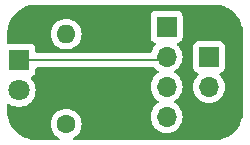
<source format=gbr>
%TF.GenerationSoftware,KiCad,Pcbnew,8.0.4*%
%TF.CreationDate,2024-08-16T16:06:10-07:00*%
%TF.ProjectId,LED2,4c454432-2e6b-4696-9361-645f70636258,rev?*%
%TF.SameCoordinates,Original*%
%TF.FileFunction,Copper,L2,Bot*%
%TF.FilePolarity,Positive*%
%FSLAX46Y46*%
G04 Gerber Fmt 4.6, Leading zero omitted, Abs format (unit mm)*
G04 Created by KiCad (PCBNEW 8.0.4) date 2024-08-16 16:06:10*
%MOMM*%
%LPD*%
G01*
G04 APERTURE LIST*
%TA.AperFunction,ComponentPad*%
%ADD10R,1.700000X1.700000*%
%TD*%
%TA.AperFunction,ComponentPad*%
%ADD11O,1.700000X1.700000*%
%TD*%
%TA.AperFunction,ComponentPad*%
%ADD12C,1.600000*%
%TD*%
%TA.AperFunction,ComponentPad*%
%ADD13O,1.600000X1.600000*%
%TD*%
%TA.AperFunction,ComponentPad*%
%ADD14R,1.800000X1.800000*%
%TD*%
%TA.AperFunction,ComponentPad*%
%ADD15C,1.800000*%
%TD*%
%TA.AperFunction,Conductor*%
%ADD16C,0.200000*%
%TD*%
G04 APERTURE END LIST*
D10*
%TO.P,BT1,1,+*%
%TO.N,Net-(BT1-+)*%
X159650000Y-97750000D03*
D11*
%TO.P,BT1,2,-*%
%TO.N,Net-(BT1--)*%
X159650000Y-100290000D03*
%TD*%
D10*
%TO.P,BatteryChargeModule1,1,Bat+*%
%TO.N,Net-(BT1-+)*%
X156060000Y-95190000D03*
D11*
%TO.P,BatteryChargeModule1,2,Bat-*%
%TO.N,Net-(BatteryChargeModule1-+)*%
X156060000Y-97730000D03*
%TO.P,BatteryChargeModule1,3,+*%
%TO.N,Net-(BatteryChargeModule1--)*%
X156060000Y-100270000D03*
%TO.P,BatteryChargeModule1,4,-*%
%TO.N,Net-(BT1--)*%
X156060000Y-102810000D03*
%TD*%
D12*
%TO.P,R1,1*%
%TO.N,Net-(D1-A)*%
X147560000Y-103430000D03*
D13*
%TO.P,R1,2*%
%TO.N,Net-(R1-Pad2)*%
X147560000Y-95810000D03*
%TD*%
D14*
%TO.P,D1,1,K*%
%TO.N,Net-(BatteryChargeModule1-+)*%
X143560000Y-98035000D03*
D15*
%TO.P,D1,2,A*%
%TO.N,Net-(D1-A)*%
X143560000Y-100575000D03*
%TD*%
D16*
%TO.N,Net-(BatteryChargeModule1-+)*%
X155755000Y-98035000D02*
X156060000Y-97730000D01*
X143560000Y-98035000D02*
X155755000Y-98035000D01*
%TD*%
%TA.AperFunction,NonConductor*%
G36*
X160063736Y-93310726D02*
G01*
X160353796Y-93328271D01*
X160368659Y-93330076D01*
X160650798Y-93381780D01*
X160665335Y-93385363D01*
X160939172Y-93470695D01*
X160953163Y-93476000D01*
X161214743Y-93593727D01*
X161227989Y-93600680D01*
X161473465Y-93749075D01*
X161485776Y-93757573D01*
X161662726Y-93896204D01*
X161711573Y-93934473D01*
X161722781Y-93944403D01*
X161925596Y-94147218D01*
X161935526Y-94158426D01*
X162055481Y-94311538D01*
X162112422Y-94384217D01*
X162120928Y-94396540D01*
X162269316Y-94642004D01*
X162276275Y-94655263D01*
X162393997Y-94916831D01*
X162399306Y-94930832D01*
X162484635Y-95204663D01*
X162488219Y-95219201D01*
X162539923Y-95501340D01*
X162541728Y-95516205D01*
X162559274Y-95806263D01*
X162559500Y-95813750D01*
X162559500Y-102306249D01*
X162559274Y-102313736D01*
X162541728Y-102603794D01*
X162539923Y-102618659D01*
X162488219Y-102900798D01*
X162484635Y-102915336D01*
X162399306Y-103189167D01*
X162393997Y-103203168D01*
X162276275Y-103464736D01*
X162269316Y-103477995D01*
X162120928Y-103723459D01*
X162112422Y-103735782D01*
X161935526Y-103961573D01*
X161925596Y-103972781D01*
X161722781Y-104175596D01*
X161711573Y-104185526D01*
X161485782Y-104362422D01*
X161473459Y-104370928D01*
X161227995Y-104519316D01*
X161214736Y-104526275D01*
X160953168Y-104643997D01*
X160939167Y-104649306D01*
X160665336Y-104734635D01*
X160650798Y-104738219D01*
X160368659Y-104789923D01*
X160353794Y-104791728D01*
X160063736Y-104809274D01*
X160056249Y-104809500D01*
X148238225Y-104809500D01*
X148171186Y-104789815D01*
X148125431Y-104737011D01*
X148115487Y-104667853D01*
X148144512Y-104604297D01*
X148185819Y-104573118D01*
X148212734Y-104560568D01*
X148399139Y-104430047D01*
X148560047Y-104269139D01*
X148690568Y-104082734D01*
X148786739Y-103876496D01*
X148845635Y-103656692D01*
X148865468Y-103430000D01*
X148845635Y-103203308D01*
X148786739Y-102983504D01*
X148690568Y-102777266D01*
X148560047Y-102590861D01*
X148560045Y-102590858D01*
X148399141Y-102429954D01*
X148212734Y-102299432D01*
X148212732Y-102299431D01*
X148006497Y-102203261D01*
X148006488Y-102203258D01*
X147786697Y-102144366D01*
X147786693Y-102144365D01*
X147786692Y-102144365D01*
X147786691Y-102144364D01*
X147786686Y-102144364D01*
X147560002Y-102124532D01*
X147559998Y-102124532D01*
X147333313Y-102144364D01*
X147333302Y-102144366D01*
X147113511Y-102203258D01*
X147113502Y-102203261D01*
X146907267Y-102299431D01*
X146907265Y-102299432D01*
X146720858Y-102429954D01*
X146559954Y-102590858D01*
X146429432Y-102777265D01*
X146429431Y-102777267D01*
X146333261Y-102983502D01*
X146333258Y-102983511D01*
X146274366Y-103203302D01*
X146274364Y-103203313D01*
X146254532Y-103429998D01*
X146254532Y-103430001D01*
X146274364Y-103656686D01*
X146274366Y-103656697D01*
X146333258Y-103876488D01*
X146333261Y-103876497D01*
X146429431Y-104082732D01*
X146429432Y-104082734D01*
X146559954Y-104269141D01*
X146720858Y-104430045D01*
X146720861Y-104430047D01*
X146907266Y-104560568D01*
X146934180Y-104573118D01*
X146986619Y-104619290D01*
X147005771Y-104686484D01*
X146985555Y-104753365D01*
X146932390Y-104798700D01*
X146881775Y-104809500D01*
X145063751Y-104809500D01*
X145056264Y-104809274D01*
X144766205Y-104791728D01*
X144751340Y-104789923D01*
X144469201Y-104738219D01*
X144454663Y-104734635D01*
X144180832Y-104649306D01*
X144166831Y-104643997D01*
X143905263Y-104526275D01*
X143892004Y-104519316D01*
X143646540Y-104370928D01*
X143634217Y-104362422D01*
X143408426Y-104185526D01*
X143397218Y-104175596D01*
X143194403Y-103972781D01*
X143184473Y-103961573D01*
X143117820Y-103876497D01*
X143007573Y-103735776D01*
X142999075Y-103723465D01*
X142850680Y-103477989D01*
X142843727Y-103464743D01*
X142726000Y-103203163D01*
X142720693Y-103189167D01*
X142675894Y-103045403D01*
X142635363Y-102915335D01*
X142631780Y-102900798D01*
X142580076Y-102618659D01*
X142578271Y-102603794D01*
X142560726Y-102313736D01*
X142560500Y-102306249D01*
X142560500Y-101825420D01*
X142580185Y-101758381D01*
X142632989Y-101712626D01*
X142702147Y-101702682D01*
X142760662Y-101727567D01*
X142791365Y-101751464D01*
X142791371Y-101751468D01*
X142791374Y-101751470D01*
X142995497Y-101861936D01*
X143109487Y-101901068D01*
X143215015Y-101937297D01*
X143215017Y-101937297D01*
X143215019Y-101937298D01*
X143443951Y-101975500D01*
X143443952Y-101975500D01*
X143676048Y-101975500D01*
X143676049Y-101975500D01*
X143904981Y-101937298D01*
X144124503Y-101861936D01*
X144328626Y-101751470D01*
X144511784Y-101608913D01*
X144668979Y-101438153D01*
X144795924Y-101243849D01*
X144889157Y-101031300D01*
X144946134Y-100806305D01*
X144952153Y-100733664D01*
X144965300Y-100575006D01*
X144965300Y-100574993D01*
X144946135Y-100343702D01*
X144946133Y-100343691D01*
X144889157Y-100118699D01*
X144795924Y-99906151D01*
X144668983Y-99711852D01*
X144668980Y-99711849D01*
X144668979Y-99711847D01*
X144574195Y-99608884D01*
X144543275Y-99546232D01*
X144551135Y-99476806D01*
X144595283Y-99422651D01*
X144622095Y-99408722D01*
X144702326Y-99378798D01*
X144702326Y-99378797D01*
X144702331Y-99378796D01*
X144817546Y-99292546D01*
X144903796Y-99177331D01*
X144954091Y-99042483D01*
X144960500Y-98982873D01*
X144960500Y-98759500D01*
X144980185Y-98692461D01*
X145032989Y-98646706D01*
X145084500Y-98635500D01*
X155004242Y-98635500D01*
X155071281Y-98655185D01*
X155091923Y-98671819D01*
X155188597Y-98768493D01*
X155188603Y-98768498D01*
X155374158Y-98898425D01*
X155417783Y-98953002D01*
X155424977Y-99022500D01*
X155393454Y-99084855D01*
X155374158Y-99101575D01*
X155188597Y-99231505D01*
X155021505Y-99398597D01*
X154885965Y-99592169D01*
X154885964Y-99592171D01*
X154786098Y-99806335D01*
X154786094Y-99806344D01*
X154724938Y-100034586D01*
X154724936Y-100034596D01*
X154704341Y-100269999D01*
X154704341Y-100270000D01*
X154724936Y-100505403D01*
X154724938Y-100505413D01*
X154786094Y-100733655D01*
X154786096Y-100733659D01*
X154786097Y-100733663D01*
X154795424Y-100753664D01*
X154885965Y-100947830D01*
X154885967Y-100947834D01*
X155021501Y-101141395D01*
X155021506Y-101141402D01*
X155188597Y-101308493D01*
X155188603Y-101308498D01*
X155374158Y-101438425D01*
X155417783Y-101493002D01*
X155424977Y-101562500D01*
X155393454Y-101624855D01*
X155374158Y-101641575D01*
X155188597Y-101771505D01*
X155021505Y-101938597D01*
X154885965Y-102132169D01*
X154885964Y-102132171D01*
X154786098Y-102346335D01*
X154786094Y-102346344D01*
X154724938Y-102574586D01*
X154724936Y-102574596D01*
X154704341Y-102809999D01*
X154704341Y-102810000D01*
X154724936Y-103045403D01*
X154724938Y-103045413D01*
X154786094Y-103273655D01*
X154786096Y-103273659D01*
X154786097Y-103273663D01*
X154858998Y-103430000D01*
X154885965Y-103487830D01*
X154885967Y-103487834D01*
X154994281Y-103642521D01*
X155021505Y-103681401D01*
X155188599Y-103848495D01*
X155228589Y-103876496D01*
X155382165Y-103984032D01*
X155382167Y-103984033D01*
X155382170Y-103984035D01*
X155596337Y-104083903D01*
X155824592Y-104145063D01*
X156012918Y-104161539D01*
X156059999Y-104165659D01*
X156060000Y-104165659D01*
X156060001Y-104165659D01*
X156099234Y-104162226D01*
X156295408Y-104145063D01*
X156523663Y-104083903D01*
X156737830Y-103984035D01*
X156931401Y-103848495D01*
X157098495Y-103681401D01*
X157234035Y-103487830D01*
X157333903Y-103273663D01*
X157395063Y-103045408D01*
X157415659Y-102810000D01*
X157395063Y-102574592D01*
X157333903Y-102346337D01*
X157234035Y-102132171D01*
X157228687Y-102124532D01*
X157098494Y-101938597D01*
X156931402Y-101771506D01*
X156931396Y-101771501D01*
X156745842Y-101641575D01*
X156702217Y-101586998D01*
X156695023Y-101517500D01*
X156726546Y-101455145D01*
X156745842Y-101438425D01*
X156768026Y-101422891D01*
X156931401Y-101308495D01*
X157098495Y-101141401D01*
X157234035Y-100947830D01*
X157333903Y-100733663D01*
X157395063Y-100505408D01*
X157413909Y-100289999D01*
X158294341Y-100289999D01*
X158294341Y-100290000D01*
X158314936Y-100525403D01*
X158314938Y-100525413D01*
X158376094Y-100753655D01*
X158376096Y-100753659D01*
X158376097Y-100753663D01*
X158400646Y-100806308D01*
X158475965Y-100967830D01*
X158475967Y-100967834D01*
X158520407Y-101031300D01*
X158611505Y-101161401D01*
X158778599Y-101328495D01*
X158875384Y-101396265D01*
X158972165Y-101464032D01*
X158972167Y-101464033D01*
X158972170Y-101464035D01*
X159186337Y-101563903D01*
X159414592Y-101625063D01*
X159602918Y-101641539D01*
X159649999Y-101645659D01*
X159650000Y-101645659D01*
X159650001Y-101645659D01*
X159696679Y-101641575D01*
X159885408Y-101625063D01*
X160113663Y-101563903D01*
X160327830Y-101464035D01*
X160521401Y-101328495D01*
X160688495Y-101161401D01*
X160824035Y-100967830D01*
X160923903Y-100753663D01*
X160985063Y-100525408D01*
X161005659Y-100290000D01*
X160985063Y-100054592D01*
X160923903Y-99826337D01*
X160824035Y-99612171D01*
X160810555Y-99592920D01*
X160688496Y-99418600D01*
X160648689Y-99378793D01*
X160566567Y-99296671D01*
X160533084Y-99235351D01*
X160538068Y-99165659D01*
X160579939Y-99109725D01*
X160610915Y-99092810D01*
X160742331Y-99043796D01*
X160857546Y-98957546D01*
X160943796Y-98842331D01*
X160994091Y-98707483D01*
X161000500Y-98647873D01*
X161000499Y-96852128D01*
X160994091Y-96792517D01*
X160988473Y-96777455D01*
X160943797Y-96657671D01*
X160943793Y-96657664D01*
X160857547Y-96542455D01*
X160857544Y-96542452D01*
X160742335Y-96456206D01*
X160742328Y-96456202D01*
X160607482Y-96405908D01*
X160607483Y-96405908D01*
X160547883Y-96399501D01*
X160547881Y-96399500D01*
X160547873Y-96399500D01*
X160547864Y-96399500D01*
X158752129Y-96399500D01*
X158752123Y-96399501D01*
X158692516Y-96405908D01*
X158557671Y-96456202D01*
X158557664Y-96456206D01*
X158442455Y-96542452D01*
X158442452Y-96542455D01*
X158356206Y-96657664D01*
X158356202Y-96657671D01*
X158305908Y-96792517D01*
X158299501Y-96852116D01*
X158299501Y-96852123D01*
X158299500Y-96852135D01*
X158299500Y-98647870D01*
X158299501Y-98647876D01*
X158305908Y-98707483D01*
X158356202Y-98842328D01*
X158356206Y-98842335D01*
X158442452Y-98957544D01*
X158442455Y-98957547D01*
X158557664Y-99043793D01*
X158557671Y-99043797D01*
X158689081Y-99092810D01*
X158745015Y-99134681D01*
X158769432Y-99200145D01*
X158754580Y-99268418D01*
X158733430Y-99296673D01*
X158611503Y-99418600D01*
X158475965Y-99612169D01*
X158475964Y-99612171D01*
X158376098Y-99826335D01*
X158376094Y-99826344D01*
X158314938Y-100054586D01*
X158314936Y-100054596D01*
X158294341Y-100289999D01*
X157413909Y-100289999D01*
X157415659Y-100270000D01*
X157395063Y-100034592D01*
X157333903Y-99806337D01*
X157234035Y-99592171D01*
X157201869Y-99546232D01*
X157098494Y-99398597D01*
X156931402Y-99231506D01*
X156931396Y-99231501D01*
X156745842Y-99101575D01*
X156702217Y-99046998D01*
X156695023Y-98977500D01*
X156726546Y-98915145D01*
X156745842Y-98898425D01*
X156768026Y-98882891D01*
X156931401Y-98768495D01*
X157098495Y-98601401D01*
X157234035Y-98407830D01*
X157333903Y-98193663D01*
X157395063Y-97965408D01*
X157415659Y-97730000D01*
X157395063Y-97494592D01*
X157333903Y-97266337D01*
X157234035Y-97052171D01*
X157223229Y-97036739D01*
X157098496Y-96858600D01*
X157049941Y-96810045D01*
X156976567Y-96736671D01*
X156943084Y-96675351D01*
X156948068Y-96605659D01*
X156989939Y-96549725D01*
X157020915Y-96532810D01*
X157152331Y-96483796D01*
X157267546Y-96397546D01*
X157353796Y-96282331D01*
X157404091Y-96147483D01*
X157410500Y-96087873D01*
X157410499Y-94292128D01*
X157404091Y-94232517D01*
X157353796Y-94097669D01*
X157353795Y-94097668D01*
X157353793Y-94097664D01*
X157267547Y-93982455D01*
X157267544Y-93982452D01*
X157152335Y-93896206D01*
X157152328Y-93896202D01*
X157017482Y-93845908D01*
X157017483Y-93845908D01*
X156957883Y-93839501D01*
X156957881Y-93839500D01*
X156957873Y-93839500D01*
X156957864Y-93839500D01*
X155162129Y-93839500D01*
X155162123Y-93839501D01*
X155102516Y-93845908D01*
X154967671Y-93896202D01*
X154967664Y-93896206D01*
X154852455Y-93982452D01*
X154852452Y-93982455D01*
X154766206Y-94097664D01*
X154766202Y-94097671D01*
X154715908Y-94232517D01*
X154709501Y-94292116D01*
X154709501Y-94292123D01*
X154709500Y-94292135D01*
X154709500Y-96087870D01*
X154709501Y-96087876D01*
X154715908Y-96147483D01*
X154766202Y-96282328D01*
X154766206Y-96282335D01*
X154852452Y-96397544D01*
X154852455Y-96397547D01*
X154967664Y-96483793D01*
X154967671Y-96483797D01*
X155099081Y-96532810D01*
X155155015Y-96574681D01*
X155179432Y-96640145D01*
X155164580Y-96708418D01*
X155143430Y-96736673D01*
X155021503Y-96858600D01*
X154885965Y-97052169D01*
X154885964Y-97052171D01*
X154786098Y-97266335D01*
X154786094Y-97266344D01*
X154765664Y-97342593D01*
X154729299Y-97402254D01*
X154666452Y-97432783D01*
X154645889Y-97434500D01*
X145084499Y-97434500D01*
X145017460Y-97414815D01*
X144971705Y-97362011D01*
X144960499Y-97310500D01*
X144960499Y-97087129D01*
X144960498Y-97087123D01*
X144954091Y-97027516D01*
X144903797Y-96892671D01*
X144903793Y-96892664D01*
X144817547Y-96777455D01*
X144817544Y-96777452D01*
X144702335Y-96691206D01*
X144702328Y-96691202D01*
X144567482Y-96640908D01*
X144567483Y-96640908D01*
X144507883Y-96634501D01*
X144507881Y-96634500D01*
X144507873Y-96634500D01*
X144507865Y-96634500D01*
X142684500Y-96634500D01*
X142617461Y-96614815D01*
X142571706Y-96562011D01*
X142560500Y-96510500D01*
X142560500Y-95813750D01*
X142560613Y-95809998D01*
X146254532Y-95809998D01*
X146254532Y-95810001D01*
X146274364Y-96036686D01*
X146274366Y-96036697D01*
X146333258Y-96256488D01*
X146333261Y-96256497D01*
X146429431Y-96462732D01*
X146429432Y-96462734D01*
X146559954Y-96649141D01*
X146720858Y-96810045D01*
X146720861Y-96810047D01*
X146907266Y-96940568D01*
X147113504Y-97036739D01*
X147333308Y-97095635D01*
X147495230Y-97109801D01*
X147559998Y-97115468D01*
X147560000Y-97115468D01*
X147560002Y-97115468D01*
X147616673Y-97110509D01*
X147786692Y-97095635D01*
X148006496Y-97036739D01*
X148212734Y-96940568D01*
X148399139Y-96810047D01*
X148560047Y-96649139D01*
X148690568Y-96462734D01*
X148786739Y-96256496D01*
X148845635Y-96036692D01*
X148865468Y-95810000D01*
X148845635Y-95583308D01*
X148786739Y-95363504D01*
X148690568Y-95157266D01*
X148560047Y-94970861D01*
X148560045Y-94970858D01*
X148399141Y-94809954D01*
X148212734Y-94679432D01*
X148212732Y-94679431D01*
X148006497Y-94583261D01*
X148006488Y-94583258D01*
X147786697Y-94524366D01*
X147786693Y-94524365D01*
X147786692Y-94524365D01*
X147786691Y-94524364D01*
X147786686Y-94524364D01*
X147560002Y-94504532D01*
X147559998Y-94504532D01*
X147333313Y-94524364D01*
X147333302Y-94524366D01*
X147113511Y-94583258D01*
X147113502Y-94583261D01*
X146907267Y-94679431D01*
X146907265Y-94679432D01*
X146720858Y-94809954D01*
X146559954Y-94970858D01*
X146429432Y-95157265D01*
X146429431Y-95157267D01*
X146333261Y-95363502D01*
X146333258Y-95363511D01*
X146274366Y-95583302D01*
X146274364Y-95583313D01*
X146254532Y-95809998D01*
X142560613Y-95809998D01*
X142560726Y-95806263D01*
X142574212Y-95583308D01*
X142578271Y-95516201D01*
X142580076Y-95501340D01*
X142605336Y-95363504D01*
X142631780Y-95219197D01*
X142635364Y-95204663D01*
X142720696Y-94930822D01*
X142725998Y-94916841D01*
X142843731Y-94655249D01*
X142850676Y-94642016D01*
X142999080Y-94396526D01*
X143007567Y-94384230D01*
X143184480Y-94158417D01*
X143194395Y-94147226D01*
X143397226Y-93944395D01*
X143408417Y-93934480D01*
X143634230Y-93757567D01*
X143646526Y-93749080D01*
X143892016Y-93600676D01*
X143905249Y-93593731D01*
X144166841Y-93475998D01*
X144180822Y-93470696D01*
X144454668Y-93385362D01*
X144469197Y-93381780D01*
X144751344Y-93330075D01*
X144766201Y-93328271D01*
X145056264Y-93310726D01*
X145063751Y-93310500D01*
X145125892Y-93310500D01*
X159994108Y-93310500D01*
X160056249Y-93310500D01*
X160063736Y-93310726D01*
G37*
%TD.AperFunction*%
M02*

</source>
